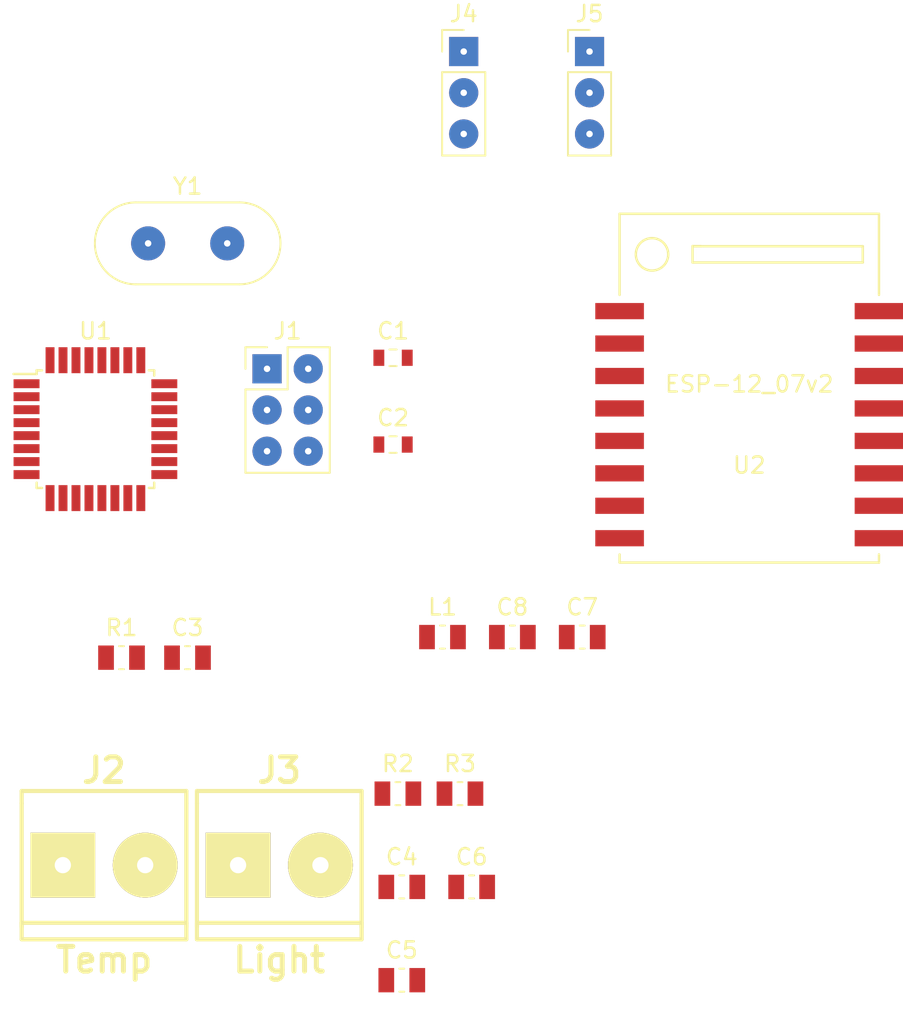
<source format=kicad_pcb>
(kicad_pcb (version 20171130) (host pcbnew no-vcs-found-6322c90~61~ubuntu17.10.1)

  (general
    (thickness 1.6)
    (drawings 0)
    (tracks 0)
    (zones 0)
    (modules 20)
    (nets 44)
  )

  (page A4)
  (layers
    (0 F.Cu signal)
    (31 B.Cu signal)
    (32 B.Adhes user)
    (33 F.Adhes user)
    (34 B.Paste user)
    (35 F.Paste user)
    (36 B.SilkS user)
    (37 F.SilkS user)
    (38 B.Mask user)
    (39 F.Mask user)
    (40 Dwgs.User user)
    (41 Cmts.User user)
    (42 Eco1.User user)
    (43 Eco2.User user)
    (44 Edge.Cuts user)
    (45 Margin user)
    (46 B.CrtYd user)
    (47 F.CrtYd user)
    (48 B.Fab user)
    (49 F.Fab user)
  )

  (setup
    (last_trace_width 0.25)
    (trace_clearance 0.2)
    (zone_clearance 0.508)
    (zone_45_only no)
    (trace_min 0.2)
    (segment_width 0.2)
    (edge_width 0.15)
    (via_size 0.8)
    (via_drill 0.4)
    (via_min_size 0.4)
    (via_min_drill 0.3)
    (uvia_size 0.3)
    (uvia_drill 0.1)
    (uvias_allowed no)
    (uvia_min_size 0.2)
    (uvia_min_drill 0.1)
    (pcb_text_width 0.3)
    (pcb_text_size 1.5 1.5)
    (mod_edge_width 0.15)
    (mod_text_size 1 1)
    (mod_text_width 0.15)
    (pad_size 1.8 1.8)
    (pad_drill 0.4)
    (pad_to_mask_clearance 0.2)
    (aux_axis_origin 0 0)
    (visible_elements FFFFFF7F)
    (pcbplotparams
      (layerselection 0x010fc_ffffffff)
      (usegerberextensions false)
      (usegerberattributes false)
      (usegerberadvancedattributes false)
      (creategerberjobfile false)
      (excludeedgelayer true)
      (linewidth 0.100000)
      (plotframeref false)
      (viasonmask false)
      (mode 1)
      (useauxorigin false)
      (hpglpennumber 1)
      (hpglpenspeed 20)
      (hpglpendiameter 15)
      (psnegative false)
      (psa4output false)
      (plotreference true)
      (plotvalue true)
      (plotinvisibletext false)
      (padsonsilk false)
      (subtractmaskfromsilk false)
      (outputformat 1)
      (mirror false)
      (drillshape 1)
      (scaleselection 1)
      (outputdirectory ""))
  )

  (net 0 "")
  (net 1 "Net-(U1-Pad1)")
  (net 2 "Net-(U1-Pad2)")
  (net 3 VCC)
  (net 4 GND)
  (net 5 "Net-(C1-Pad2)")
  (net 6 "Net-(C2-Pad2)")
  (net 7 "Net-(U1-Pad9)")
  (net 8 "Net-(U1-Pad10)")
  (net 9 "Net-(U1-Pad11)")
  (net 10 "Net-(U1-Pad12)")
  (net 11 "Net-(U1-Pad13)")
  (net 12 "Net-(U1-Pad14)")
  (net 13 /MOSI)
  (net 14 /MISO)
  (net 15 /SCK)
  (net 16 "Net-(U1-Pad19)")
  (net 17 "Net-(U1-Pad22)")
  (net 18 "Net-(U1-Pad25)")
  (net 19 "Net-(U1-Pad26)")
  (net 20 "Net-(U1-Pad27)")
  (net 21 "Net-(U1-Pad28)")
  (net 22 /RES)
  (net 23 "Net-(U1-Pad32)")
  (net 24 /TEMP)
  (net 25 /LIGHT)
  (net 26 "Net-(C7-Pad2)")
  (net 27 "Net-(C8-Pad2)")
  (net 28 "Net-(U2-Pad1)")
  (net 29 "Net-(U2-Pad2)")
  (net 30 "Net-(U2-Pad3)")
  (net 31 "Net-(U2-Pad4)")
  (net 32 "Net-(U2-Pad5)")
  (net 33 "Net-(U2-Pad6)")
  (net 34 "Net-(U2-Pad7)")
  (net 35 "Net-(U2-Pad10)")
  (net 36 "Net-(U2-Pad11)")
  (net 37 "Net-(U2-Pad12)")
  (net 38 "Net-(U2-Pad13)")
  (net 39 "Net-(U2-Pad14)")
  (net 40 /RX)
  (net 41 /TX)
  (net 42 "Net-(J4-Pad1)")
  (net 43 "Net-(J4-Pad2)")

  (net_class Default "This is the default net class."
    (clearance 0.2)
    (trace_width 0.25)
    (via_dia 0.8)
    (via_drill 0.4)
    (uvia_dia 0.3)
    (uvia_drill 0.1)
    (add_net /LIGHT)
    (add_net /MISO)
    (add_net /MOSI)
    (add_net /RES)
    (add_net /RX)
    (add_net /SCK)
    (add_net /TEMP)
    (add_net /TX)
    (add_net GND)
    (add_net "Net-(C1-Pad2)")
    (add_net "Net-(C2-Pad2)")
    (add_net "Net-(C7-Pad2)")
    (add_net "Net-(C8-Pad2)")
    (add_net "Net-(J4-Pad1)")
    (add_net "Net-(J4-Pad2)")
    (add_net "Net-(U1-Pad1)")
    (add_net "Net-(U1-Pad10)")
    (add_net "Net-(U1-Pad11)")
    (add_net "Net-(U1-Pad12)")
    (add_net "Net-(U1-Pad13)")
    (add_net "Net-(U1-Pad14)")
    (add_net "Net-(U1-Pad19)")
    (add_net "Net-(U1-Pad2)")
    (add_net "Net-(U1-Pad22)")
    (add_net "Net-(U1-Pad25)")
    (add_net "Net-(U1-Pad26)")
    (add_net "Net-(U1-Pad27)")
    (add_net "Net-(U1-Pad28)")
    (add_net "Net-(U1-Pad32)")
    (add_net "Net-(U1-Pad9)")
    (add_net "Net-(U2-Pad1)")
    (add_net "Net-(U2-Pad10)")
    (add_net "Net-(U2-Pad11)")
    (add_net "Net-(U2-Pad12)")
    (add_net "Net-(U2-Pad13)")
    (add_net "Net-(U2-Pad14)")
    (add_net "Net-(U2-Pad2)")
    (add_net "Net-(U2-Pad3)")
    (add_net "Net-(U2-Pad4)")
    (add_net "Net-(U2-Pad5)")
    (add_net "Net-(U2-Pad6)")
    (add_net "Net-(U2-Pad7)")
    (add_net VCC)
  )

  (module Connector_PinHeader_2.54mm:PinHeader_1x03_P2.54mm_Vertical (layer F.Cu) (tedit 5A67AAE3) (tstamp 5A7422BF)
    (at 166.547857 64.7555)
    (descr "Through hole straight pin header, 1x03, 2.54mm pitch, single row")
    (tags "Through hole pin header THT 1x03 2.54mm single row")
    (path /5A6DB38B)
    (fp_text reference J5 (at 0 -2.33) (layer F.SilkS)
      (effects (font (size 1 1) (thickness 0.15)))
    )
    (fp_text value ESP_UART (at 0 7.41) (layer F.Fab)
      (effects (font (size 1 1) (thickness 0.15)))
    )
    (fp_text user %R (at 0 2.54 90) (layer F.Fab)
      (effects (font (size 1 1) (thickness 0.15)))
    )
    (fp_line (start 1.8 -1.8) (end -1.8 -1.8) (layer F.CrtYd) (width 0.05))
    (fp_line (start 1.8 6.85) (end 1.8 -1.8) (layer F.CrtYd) (width 0.05))
    (fp_line (start -1.8 6.85) (end 1.8 6.85) (layer F.CrtYd) (width 0.05))
    (fp_line (start -1.8 -1.8) (end -1.8 6.85) (layer F.CrtYd) (width 0.05))
    (fp_line (start -1.33 -1.33) (end 0 -1.33) (layer F.SilkS) (width 0.12))
    (fp_line (start -1.33 0) (end -1.33 -1.33) (layer F.SilkS) (width 0.12))
    (fp_line (start -1.33 1.27) (end 1.33 1.27) (layer F.SilkS) (width 0.12))
    (fp_line (start 1.33 1.27) (end 1.33 6.41) (layer F.SilkS) (width 0.12))
    (fp_line (start -1.33 1.27) (end -1.33 6.41) (layer F.SilkS) (width 0.12))
    (fp_line (start -1.33 6.41) (end 1.33 6.41) (layer F.SilkS) (width 0.12))
    (fp_line (start -1.27 -0.635) (end -0.635 -1.27) (layer F.Fab) (width 0.1))
    (fp_line (start -1.27 6.35) (end -1.27 -0.635) (layer F.Fab) (width 0.1))
    (fp_line (start 1.27 6.35) (end -1.27 6.35) (layer F.Fab) (width 0.1))
    (fp_line (start 1.27 -1.27) (end 1.27 6.35) (layer F.Fab) (width 0.1))
    (fp_line (start -0.635 -1.27) (end 1.27 -1.27) (layer F.Fab) (width 0.1))
    (pad 3 thru_hole oval (at 0 5.08) (size 1.8 1.8) (drill 0.4) (layers *.Cu *.Mask)
      (net 4 GND))
    (pad 2 thru_hole oval (at 0 2.54) (size 1.8 1.8) (drill 0.4) (layers *.Cu *.Mask)
      (net 40 /RX))
    (pad 1 thru_hole rect (at 0 0) (size 1.8 1.8) (drill 0.4) (layers *.Cu *.Mask)
      (net 41 /TX))
    (model ${KISYS3DMOD}/Connector_PinHeader_2.54mm.3dshapes/PinHeader_1x03_P2.54mm_Vertical.wrl
      (at (xyz 0 0 0))
      (scale (xyz 1 1 1))
      (rotate (xyz 0 0 0))
    )
  )

  (module Connector_PinHeader_2.54mm:PinHeader_1x03_P2.54mm_Vertical (layer F.Cu) (tedit 5A67AAB9) (tstamp 5A7422A8)
    (at 158.786428 64.7555)
    (descr "Through hole straight pin header, 1x03, 2.54mm pitch, single row")
    (tags "Through hole pin header THT 1x03 2.54mm single row")
    (path /5A6D466A)
    (fp_text reference J4 (at 0 -2.33) (layer F.SilkS)
      (effects (font (size 1 1) (thickness 0.15)))
    )
    (fp_text value AVR_UART (at 0 7.41) (layer F.Fab)
      (effects (font (size 1 1) (thickness 0.15)))
    )
    (fp_line (start -0.635 -1.27) (end 1.27 -1.27) (layer F.Fab) (width 0.1))
    (fp_line (start 1.27 -1.27) (end 1.27 6.35) (layer F.Fab) (width 0.1))
    (fp_line (start 1.27 6.35) (end -1.27 6.35) (layer F.Fab) (width 0.1))
    (fp_line (start -1.27 6.35) (end -1.27 -0.635) (layer F.Fab) (width 0.1))
    (fp_line (start -1.27 -0.635) (end -0.635 -1.27) (layer F.Fab) (width 0.1))
    (fp_line (start -1.33 6.41) (end 1.33 6.41) (layer F.SilkS) (width 0.12))
    (fp_line (start -1.33 1.27) (end -1.33 6.41) (layer F.SilkS) (width 0.12))
    (fp_line (start 1.33 1.27) (end 1.33 6.41) (layer F.SilkS) (width 0.12))
    (fp_line (start -1.33 1.27) (end 1.33 1.27) (layer F.SilkS) (width 0.12))
    (fp_line (start -1.33 0) (end -1.33 -1.33) (layer F.SilkS) (width 0.12))
    (fp_line (start -1.33 -1.33) (end 0 -1.33) (layer F.SilkS) (width 0.12))
    (fp_line (start -1.8 -1.8) (end -1.8 6.85) (layer F.CrtYd) (width 0.05))
    (fp_line (start -1.8 6.85) (end 1.8 6.85) (layer F.CrtYd) (width 0.05))
    (fp_line (start 1.8 6.85) (end 1.8 -1.8) (layer F.CrtYd) (width 0.05))
    (fp_line (start 1.8 -1.8) (end -1.8 -1.8) (layer F.CrtYd) (width 0.05))
    (fp_text user %R (at 0 2.54 90) (layer F.Fab)
      (effects (font (size 1 1) (thickness 0.15)))
    )
    (pad 1 thru_hole rect (at 0 0) (size 1.8 1.8) (drill 0.4) (layers *.Cu *.Mask)
      (net 42 "Net-(J4-Pad1)"))
    (pad 2 thru_hole oval (at 0 2.54) (size 1.8 1.8) (drill 0.4) (layers *.Cu *.Mask)
      (net 43 "Net-(J4-Pad2)"))
    (pad 3 thru_hole oval (at 0 5.08) (size 1.8 1.8) (drill 0.4) (layers *.Cu *.Mask)
      (net 4 GND))
    (model ${KISYS3DMOD}/Connector_PinHeader_2.54mm.3dshapes/PinHeader_1x03_P2.54mm_Vertical.wrl
      (at (xyz 0 0 0))
      (scale (xyz 1 1 1))
      (rotate (xyz 0 0 0))
    )
  )

  (module lib:ESP-07v2 (layer F.Cu) (tedit 5A67A898) (tstamp 5A7355BE)
    (at 176.403 87.757)
    (path /5A6CB719)
    (fp_text reference U2 (at 0 2.5) (layer F.SilkS)
      (effects (font (size 1 1) (thickness 0.15)))
    )
    (fp_text value ESP-12_07v2 (at 0 -2.5) (layer F.SilkS)
      (effects (font (size 1 1) (thickness 0.15)))
    )
    (fp_line (start -3.5 -11) (end 7 -11) (layer F.SilkS) (width 0.15))
    (fp_line (start 7 -11) (end 7 -10) (layer F.SilkS) (width 0.15))
    (fp_line (start 7 -10) (end -3.5 -10) (layer F.SilkS) (width 0.15))
    (fp_line (start -3.5 -10) (end -3.5 -11) (layer F.SilkS) (width 0.15))
    (fp_line (start -3.5 -11) (end -3 -11) (layer F.SilkS) (width 0.15))
    (fp_line (start -3 -11) (end -3.5 -11) (layer F.SilkS) (width 0.15))
    (fp_line (start -3.5 -11) (end -3 -11) (layer F.SilkS) (width 0.15))
    (fp_circle (center -6 -10.5) (end -6 -9.5) (layer F.SilkS) (width 0.15))
    (fp_line (start -8 -8) (end -8 -13) (layer F.SilkS) (width 0.15))
    (fp_line (start -8 -13) (end 8 -13) (layer F.SilkS) (width 0.15))
    (fp_line (start 8 -13) (end 8 -8) (layer F.SilkS) (width 0.15))
    (fp_line (start -8 8) (end -8 8.5) (layer F.SilkS) (width 0.15))
    (fp_line (start -8 8.5) (end 8 8.5) (layer F.SilkS) (width 0.15))
    (fp_line (start 8 8.5) (end 8 8) (layer F.SilkS) (width 0.15))
    (pad 1 smd rect (at -8 -7) (size 3 1) (layers F.Cu F.Paste F.Mask)
      (net 28 "Net-(U2-Pad1)"))
    (pad 2 smd rect (at -8 -5) (size 3 1) (layers F.Cu F.Paste F.Mask)
      (net 29 "Net-(U2-Pad2)"))
    (pad 3 smd rect (at -8 -3) (size 3 1) (layers F.Cu F.Paste F.Mask)
      (net 30 "Net-(U2-Pad3)"))
    (pad 4 smd rect (at -8 -1) (size 3 1) (layers F.Cu F.Paste F.Mask)
      (net 31 "Net-(U2-Pad4)"))
    (pad 5 smd rect (at -8 1) (size 3 1) (layers F.Cu F.Paste F.Mask)
      (net 32 "Net-(U2-Pad5)"))
    (pad 6 smd rect (at -8 3) (size 3 1) (layers F.Cu F.Paste F.Mask)
      (net 33 "Net-(U2-Pad6)"))
    (pad 7 smd rect (at -8 5) (size 3 1) (layers F.Cu F.Paste F.Mask)
      (net 34 "Net-(U2-Pad7)"))
    (pad 8 smd rect (at -8 7) (size 3 1) (layers F.Cu F.Paste F.Mask)
      (net 3 VCC))
    (pad 9 smd rect (at 8 7) (size 3 1) (layers F.Cu F.Paste F.Mask)
      (net 4 GND))
    (pad 10 smd rect (at 8 5) (size 3 1) (layers F.Cu F.Paste F.Mask)
      (net 35 "Net-(U2-Pad10)"))
    (pad 11 smd rect (at 8 3) (size 3 1) (layers F.Cu F.Paste F.Mask)
      (net 36 "Net-(U2-Pad11)"))
    (pad 12 smd rect (at 8 1) (size 3 1) (layers F.Cu F.Paste F.Mask)
      (net 37 "Net-(U2-Pad12)"))
    (pad 13 smd rect (at 8 -1) (size 3 1) (layers F.Cu F.Paste F.Mask)
      (net 38 "Net-(U2-Pad13)"))
    (pad 14 smd rect (at 8 -3) (size 3 1) (layers F.Cu F.Paste F.Mask)
      (net 39 "Net-(U2-Pad14)"))
    (pad 15 smd rect (at 8 -5) (size 3 1) (layers F.Cu F.Paste F.Mask)
      (net 41 /TX))
    (pad 16 smd rect (at 8 -7) (size 3 1) (layers F.Cu F.Paste F.Mask)
      (net 40 /RX))
    (model ${KIPRJMOD}/lib/esp07.wrl
      (offset (xyz 0 2.133599967956543 0))
      (scale (xyz 0.4 0.39 0.4))
      (rotate (xyz 0 0 0))
    )
  )

  (module Capacitor_SMD:C_0805_2012Metric (layer F.Cu) (tedit 59FE48B8) (tstamp 5A67B522)
    (at 166.096952 100.8515)
    (descr "Capacitor SMD 0805 (2012 Metric), square (rectangular) end terminal, IPC_7351 nominal, (Body size source: http://www.tortai-tech.com/upload/download/2011102023233369053.pdf), generated with kicad-footprint-generator")
    (tags capacitor)
    (path /5A695F66)
    (attr smd)
    (fp_text reference C7 (at 0 -1.85) (layer F.SilkS)
      (effects (font (size 1 1) (thickness 0.15)))
    )
    (fp_text value 100n (at 0 1.85) (layer F.Fab)
      (effects (font (size 1 1) (thickness 0.15)))
    )
    (fp_text user %R (at 0 0) (layer F.Fab)
      (effects (font (size 0.5 0.5) (thickness 0.08)))
    )
    (fp_line (start 1.69 1) (end -1.69 1) (layer F.CrtYd) (width 0.05))
    (fp_line (start 1.69 -1) (end 1.69 1) (layer F.CrtYd) (width 0.05))
    (fp_line (start -1.69 -1) (end 1.69 -1) (layer F.CrtYd) (width 0.05))
    (fp_line (start -1.69 1) (end -1.69 -1) (layer F.CrtYd) (width 0.05))
    (fp_line (start -0.15 0.71) (end 0.15 0.71) (layer F.SilkS) (width 0.12))
    (fp_line (start -0.15 -0.71) (end 0.15 -0.71) (layer F.SilkS) (width 0.12))
    (fp_line (start 1 0.6) (end -1 0.6) (layer F.Fab) (width 0.1))
    (fp_line (start 1 -0.6) (end 1 0.6) (layer F.Fab) (width 0.1))
    (fp_line (start -1 -0.6) (end 1 -0.6) (layer F.Fab) (width 0.1))
    (fp_line (start -1 0.6) (end -1 -0.6) (layer F.Fab) (width 0.1))
    (pad 2 smd rect (at 0.955 0) (size 0.97 1.5) (layers F.Cu F.Paste F.Mask)
      (net 26 "Net-(C7-Pad2)"))
    (pad 1 smd rect (at -0.955 0) (size 0.97 1.5) (layers F.Cu F.Paste F.Mask)
      (net 4 GND))
    (model ${KISYS3DMOD}/Capacitor_SMD.3dshapes/C_0805_2012Metric.wrl
      (at (xyz 0 0 0))
      (scale (xyz 1 1 1))
      (rotate (xyz 0 0 0))
    )
  )

  (module Capacitor_SMD:C_0805_2012Metric (layer F.Cu) (tedit 59FE48B8) (tstamp 5A67B511)
    (at 161.786952 100.8515)
    (descr "Capacitor SMD 0805 (2012 Metric), square (rectangular) end terminal, IPC_7351 nominal, (Body size source: http://www.tortai-tech.com/upload/download/2011102023233369053.pdf), generated with kicad-footprint-generator")
    (tags capacitor)
    (path /5A695EC8)
    (attr smd)
    (fp_text reference C8 (at 0 -1.85) (layer F.SilkS)
      (effects (font (size 1 1) (thickness 0.15)))
    )
    (fp_text value 100n (at 0 1.85) (layer F.Fab)
      (effects (font (size 1 1) (thickness 0.15)))
    )
    (fp_line (start -1 0.6) (end -1 -0.6) (layer F.Fab) (width 0.1))
    (fp_line (start -1 -0.6) (end 1 -0.6) (layer F.Fab) (width 0.1))
    (fp_line (start 1 -0.6) (end 1 0.6) (layer F.Fab) (width 0.1))
    (fp_line (start 1 0.6) (end -1 0.6) (layer F.Fab) (width 0.1))
    (fp_line (start -0.15 -0.71) (end 0.15 -0.71) (layer F.SilkS) (width 0.12))
    (fp_line (start -0.15 0.71) (end 0.15 0.71) (layer F.SilkS) (width 0.12))
    (fp_line (start -1.69 1) (end -1.69 -1) (layer F.CrtYd) (width 0.05))
    (fp_line (start -1.69 -1) (end 1.69 -1) (layer F.CrtYd) (width 0.05))
    (fp_line (start 1.69 -1) (end 1.69 1) (layer F.CrtYd) (width 0.05))
    (fp_line (start 1.69 1) (end -1.69 1) (layer F.CrtYd) (width 0.05))
    (fp_text user %R (at 0 0) (layer F.Fab)
      (effects (font (size 0.5 0.5) (thickness 0.08)))
    )
    (pad 1 smd rect (at -0.955 0) (size 0.97 1.5) (layers F.Cu F.Paste F.Mask)
      (net 4 GND))
    (pad 2 smd rect (at 0.955 0) (size 0.97 1.5) (layers F.Cu F.Paste F.Mask)
      (net 27 "Net-(C8-Pad2)"))
    (model ${KISYS3DMOD}/Capacitor_SMD.3dshapes/C_0805_2012Metric.wrl
      (at (xyz 0 0 0))
      (scale (xyz 1 1 1))
      (rotate (xyz 0 0 0))
    )
  )

  (module Inductor_SMD:L_0805_2012Metric (layer F.Cu) (tedit 59FE48B8) (tstamp 5A67B49E)
    (at 157.476952 100.8515)
    (descr "Inductor SMD 0805 (2012 Metric), square (rectangular) end terminal, IPC_7351 nominal, (Body size source: http://www.tortai-tech.com/upload/download/2011102023233369053.pdf), generated with kicad-footprint-generator")
    (tags inductor)
    (path /5A691BE7)
    (attr smd)
    (fp_text reference L1 (at 0 -1.85) (layer F.SilkS)
      (effects (font (size 1 1) (thickness 0.15)))
    )
    (fp_text value 100u (at 0 1.85) (layer F.Fab)
      (effects (font (size 1 1) (thickness 0.15)))
    )
    (fp_line (start -1 0.6) (end -1 -0.6) (layer F.Fab) (width 0.1))
    (fp_line (start -1 -0.6) (end 1 -0.6) (layer F.Fab) (width 0.1))
    (fp_line (start 1 -0.6) (end 1 0.6) (layer F.Fab) (width 0.1))
    (fp_line (start 1 0.6) (end -1 0.6) (layer F.Fab) (width 0.1))
    (fp_line (start -0.15 -0.71) (end 0.15 -0.71) (layer F.SilkS) (width 0.12))
    (fp_line (start -0.15 0.71) (end 0.15 0.71) (layer F.SilkS) (width 0.12))
    (fp_line (start -1.69 1) (end -1.69 -1) (layer F.CrtYd) (width 0.05))
    (fp_line (start -1.69 -1) (end 1.69 -1) (layer F.CrtYd) (width 0.05))
    (fp_line (start 1.69 -1) (end 1.69 1) (layer F.CrtYd) (width 0.05))
    (fp_line (start 1.69 1) (end -1.69 1) (layer F.CrtYd) (width 0.05))
    (fp_text user %R (at 0 0) (layer F.Fab)
      (effects (font (size 0.5 0.5) (thickness 0.08)))
    )
    (pad 1 smd rect (at -0.955 0) (size 0.97 1.5) (layers F.Cu F.Paste F.Mask)
      (net 26 "Net-(C7-Pad2)"))
    (pad 2 smd rect (at 0.955 0) (size 0.97 1.5) (layers F.Cu F.Paste F.Mask)
      (net 3 VCC))
    (model ${KISYS3DMOD}/Inductor_SMD.3dshapes/L_0805_2012Metric.wrl
      (at (xyz 0 0 0))
      (scale (xyz 1 1 1))
      (rotate (xyz 0 0 0))
    )
  )

  (module Capacitor_SMD:C_0805_2012Metric (layer F.Cu) (tedit 59FE48B8) (tstamp 5A6DF935)
    (at 159.276952 116.2535)
    (descr "Capacitor SMD 0805 (2012 Metric), square (rectangular) end terminal, IPC_7351 nominal, (Body size source: http://www.tortai-tech.com/upload/download/2011102023233369053.pdf), generated with kicad-footprint-generator")
    (tags capacitor)
    (path /5A687198)
    (attr smd)
    (fp_text reference C6 (at 0 -1.85) (layer F.SilkS)
      (effects (font (size 1 1) (thickness 0.15)))
    )
    (fp_text value 100n (at 0 1.85) (layer F.Fab)
      (effects (font (size 1 1) (thickness 0.15)))
    )
    (fp_line (start -1 0.6) (end -1 -0.6) (layer F.Fab) (width 0.1))
    (fp_line (start -1 -0.6) (end 1 -0.6) (layer F.Fab) (width 0.1))
    (fp_line (start 1 -0.6) (end 1 0.6) (layer F.Fab) (width 0.1))
    (fp_line (start 1 0.6) (end -1 0.6) (layer F.Fab) (width 0.1))
    (fp_line (start -0.15 -0.71) (end 0.15 -0.71) (layer F.SilkS) (width 0.12))
    (fp_line (start -0.15 0.71) (end 0.15 0.71) (layer F.SilkS) (width 0.12))
    (fp_line (start -1.69 1) (end -1.69 -1) (layer F.CrtYd) (width 0.05))
    (fp_line (start -1.69 -1) (end 1.69 -1) (layer F.CrtYd) (width 0.05))
    (fp_line (start 1.69 -1) (end 1.69 1) (layer F.CrtYd) (width 0.05))
    (fp_line (start 1.69 1) (end -1.69 1) (layer F.CrtYd) (width 0.05))
    (fp_text user %R (at 0 0) (layer F.Fab)
      (effects (font (size 0.5 0.5) (thickness 0.08)))
    )
    (pad 1 smd rect (at -0.955 0) (size 0.97 1.5) (layers F.Cu F.Paste F.Mask)
      (net 4 GND))
    (pad 2 smd rect (at 0.955 0) (size 0.97 1.5) (layers F.Cu F.Paste F.Mask)
      (net 3 VCC))
    (model ${KISYS3DMOD}/Capacitor_SMD.3dshapes/C_0805_2012Metric.wrl
      (at (xyz 0 0 0))
      (scale (xyz 1 1 1))
      (rotate (xyz 0 0 0))
    )
  )

  (module Capacitor_SMD:C_0805_2012Metric (layer F.Cu) (tedit 59FE48B8) (tstamp 5A6DF924)
    (at 154.966952 122.0035)
    (descr "Capacitor SMD 0805 (2012 Metric), square (rectangular) end terminal, IPC_7351 nominal, (Body size source: http://www.tortai-tech.com/upload/download/2011102023233369053.pdf), generated with kicad-footprint-generator")
    (tags capacitor)
    (path /5A68716A)
    (attr smd)
    (fp_text reference C5 (at 0 -1.85) (layer F.SilkS)
      (effects (font (size 1 1) (thickness 0.15)))
    )
    (fp_text value 100n (at 0 1.85) (layer F.Fab)
      (effects (font (size 1 1) (thickness 0.15)))
    )
    (fp_text user %R (at 0 0) (layer F.Fab)
      (effects (font (size 0.5 0.5) (thickness 0.08)))
    )
    (fp_line (start 1.69 1) (end -1.69 1) (layer F.CrtYd) (width 0.05))
    (fp_line (start 1.69 -1) (end 1.69 1) (layer F.CrtYd) (width 0.05))
    (fp_line (start -1.69 -1) (end 1.69 -1) (layer F.CrtYd) (width 0.05))
    (fp_line (start -1.69 1) (end -1.69 -1) (layer F.CrtYd) (width 0.05))
    (fp_line (start -0.15 0.71) (end 0.15 0.71) (layer F.SilkS) (width 0.12))
    (fp_line (start -0.15 -0.71) (end 0.15 -0.71) (layer F.SilkS) (width 0.12))
    (fp_line (start 1 0.6) (end -1 0.6) (layer F.Fab) (width 0.1))
    (fp_line (start 1 -0.6) (end 1 0.6) (layer F.Fab) (width 0.1))
    (fp_line (start -1 -0.6) (end 1 -0.6) (layer F.Fab) (width 0.1))
    (fp_line (start -1 0.6) (end -1 -0.6) (layer F.Fab) (width 0.1))
    (pad 2 smd rect (at 0.955 0) (size 0.97 1.5) (layers F.Cu F.Paste F.Mask)
      (net 3 VCC))
    (pad 1 smd rect (at -0.955 0) (size 0.97 1.5) (layers F.Cu F.Paste F.Mask)
      (net 4 GND))
    (model ${KISYS3DMOD}/Capacitor_SMD.3dshapes/C_0805_2012Metric.wrl
      (at (xyz 0 0 0))
      (scale (xyz 1 1 1))
      (rotate (xyz 0 0 0))
    )
  )

  (module Capacitor_SMD:C_0805_2012Metric (layer F.Cu) (tedit 59FE48B8) (tstamp 5A6DF913)
    (at 154.966952 116.2535)
    (descr "Capacitor SMD 0805 (2012 Metric), square (rectangular) end terminal, IPC_7351 nominal, (Body size source: http://www.tortai-tech.com/upload/download/2011102023233369053.pdf), generated with kicad-footprint-generator")
    (tags capacitor)
    (path /5A686FD4)
    (attr smd)
    (fp_text reference C4 (at 0 -1.85) (layer F.SilkS)
      (effects (font (size 1 1) (thickness 0.15)))
    )
    (fp_text value 100n (at 0 1.85) (layer F.Fab)
      (effects (font (size 1 1) (thickness 0.15)))
    )
    (fp_line (start -1 0.6) (end -1 -0.6) (layer F.Fab) (width 0.1))
    (fp_line (start -1 -0.6) (end 1 -0.6) (layer F.Fab) (width 0.1))
    (fp_line (start 1 -0.6) (end 1 0.6) (layer F.Fab) (width 0.1))
    (fp_line (start 1 0.6) (end -1 0.6) (layer F.Fab) (width 0.1))
    (fp_line (start -0.15 -0.71) (end 0.15 -0.71) (layer F.SilkS) (width 0.12))
    (fp_line (start -0.15 0.71) (end 0.15 0.71) (layer F.SilkS) (width 0.12))
    (fp_line (start -1.69 1) (end -1.69 -1) (layer F.CrtYd) (width 0.05))
    (fp_line (start -1.69 -1) (end 1.69 -1) (layer F.CrtYd) (width 0.05))
    (fp_line (start 1.69 -1) (end 1.69 1) (layer F.CrtYd) (width 0.05))
    (fp_line (start 1.69 1) (end -1.69 1) (layer F.CrtYd) (width 0.05))
    (fp_text user %R (at 0 0) (layer F.Fab)
      (effects (font (size 0.5 0.5) (thickness 0.08)))
    )
    (pad 1 smd rect (at -0.955 0) (size 0.97 1.5) (layers F.Cu F.Paste F.Mask)
      (net 4 GND))
    (pad 2 smd rect (at 0.955 0) (size 0.97 1.5) (layers F.Cu F.Paste F.Mask)
      (net 3 VCC))
    (model ${KISYS3DMOD}/Capacitor_SMD.3dshapes/C_0805_2012Metric.wrl
      (at (xyz 0 0 0))
      (scale (xyz 1 1 1))
      (rotate (xyz 0 0 0))
    )
  )

  (module Resistor_SMD:R_0805_2012Metric (layer F.Cu) (tedit 59FE48B8) (tstamp 5A6DF814)
    (at 158.556001 110.5035)
    (descr "Resistor SMD 0805 (2012 Metric), square (rectangular) end terminal, IPC_7351 nominal, (Body size source: http://www.tortai-tech.com/upload/download/2011102023233369053.pdf), generated with kicad-footprint-generator")
    (tags resistor)
    (path /5A68B71E)
    (attr smd)
    (fp_text reference R3 (at 0 -1.85) (layer F.SilkS)
      (effects (font (size 1 1) (thickness 0.15)))
    )
    (fp_text value 10k (at 0 1.85) (layer F.Fab)
      (effects (font (size 1 1) (thickness 0.15)))
    )
    (fp_text user %R (at 0 0) (layer F.Fab)
      (effects (font (size 0.5 0.5) (thickness 0.08)))
    )
    (fp_line (start 1.69 1) (end -1.69 1) (layer F.CrtYd) (width 0.05))
    (fp_line (start 1.69 -1) (end 1.69 1) (layer F.CrtYd) (width 0.05))
    (fp_line (start -1.69 -1) (end 1.69 -1) (layer F.CrtYd) (width 0.05))
    (fp_line (start -1.69 1) (end -1.69 -1) (layer F.CrtYd) (width 0.05))
    (fp_line (start -0.15 0.71) (end 0.15 0.71) (layer F.SilkS) (width 0.12))
    (fp_line (start -0.15 -0.71) (end 0.15 -0.71) (layer F.SilkS) (width 0.12))
    (fp_line (start 1 0.6) (end -1 0.6) (layer F.Fab) (width 0.1))
    (fp_line (start 1 -0.6) (end 1 0.6) (layer F.Fab) (width 0.1))
    (fp_line (start -1 -0.6) (end 1 -0.6) (layer F.Fab) (width 0.1))
    (fp_line (start -1 0.6) (end -1 -0.6) (layer F.Fab) (width 0.1))
    (pad 2 smd rect (at 0.955 0) (size 0.97 1.5) (layers F.Cu F.Paste F.Mask)
      (net 3 VCC))
    (pad 1 smd rect (at -0.955 0) (size 0.97 1.5) (layers F.Cu F.Paste F.Mask)
      (net 25 /LIGHT))
    (model ${KISYS3DMOD}/Resistor_SMD.3dshapes/R_0805_2012Metric.wrl
      (at (xyz 0 0 0))
      (scale (xyz 1 1 1))
      (rotate (xyz 0 0 0))
    )
  )

  (module Resistor_SMD:R_0805_2012Metric (layer F.Cu) (tedit 59FE48B8) (tstamp 5A6DF803)
    (at 154.726001 110.5035)
    (descr "Resistor SMD 0805 (2012 Metric), square (rectangular) end terminal, IPC_7351 nominal, (Body size source: http://www.tortai-tech.com/upload/download/2011102023233369053.pdf), generated with kicad-footprint-generator")
    (tags resistor)
    (path /5A68E62E)
    (attr smd)
    (fp_text reference R2 (at 0 -1.85) (layer F.SilkS)
      (effects (font (size 1 1) (thickness 0.15)))
    )
    (fp_text value 1k (at 0 1.85) (layer F.Fab)
      (effects (font (size 1 1) (thickness 0.15)))
    )
    (fp_line (start -1 0.6) (end -1 -0.6) (layer F.Fab) (width 0.1))
    (fp_line (start -1 -0.6) (end 1 -0.6) (layer F.Fab) (width 0.1))
    (fp_line (start 1 -0.6) (end 1 0.6) (layer F.Fab) (width 0.1))
    (fp_line (start 1 0.6) (end -1 0.6) (layer F.Fab) (width 0.1))
    (fp_line (start -0.15 -0.71) (end 0.15 -0.71) (layer F.SilkS) (width 0.12))
    (fp_line (start -0.15 0.71) (end 0.15 0.71) (layer F.SilkS) (width 0.12))
    (fp_line (start -1.69 1) (end -1.69 -1) (layer F.CrtYd) (width 0.05))
    (fp_line (start -1.69 -1) (end 1.69 -1) (layer F.CrtYd) (width 0.05))
    (fp_line (start 1.69 -1) (end 1.69 1) (layer F.CrtYd) (width 0.05))
    (fp_line (start 1.69 1) (end -1.69 1) (layer F.CrtYd) (width 0.05))
    (fp_text user %R (at 0 0) (layer F.Fab)
      (effects (font (size 0.5 0.5) (thickness 0.08)))
    )
    (pad 1 smd rect (at -0.955 0) (size 0.97 1.5) (layers F.Cu F.Paste F.Mask)
      (net 24 /TEMP))
    (pad 2 smd rect (at 0.955 0) (size 0.97 1.5) (layers F.Cu F.Paste F.Mask)
      (net 3 VCC))
    (model ${KISYS3DMOD}/Resistor_SMD.3dshapes/R_0805_2012Metric.wrl
      (at (xyz 0 0 0))
      (scale (xyz 1 1 1))
      (rotate (xyz 0 0 0))
    )
  )

  (module w_conn_screw:mors_2p (layer F.Cu) (tedit 4B90D9AA) (tstamp 5A6DF7D2)
    (at 147.408001 114.91148)
    (descr "Terminal block 2 pins")
    (tags DEV)
    (path /5A691A43)
    (fp_text reference J3 (at 0 -5.842) (layer F.SilkS)
      (effects (font (size 1.524 1.524) (thickness 0.3048)))
    )
    (fp_text value Light (at 0 5.842) (layer F.SilkS)
      (effects (font (size 1.524 1.524) (thickness 0.3048)))
    )
    (fp_line (start -5.08 -3.81) (end -5.08 3.81) (layer F.SilkS) (width 0.254))
    (fp_line (start 5.08 3.81) (end 5.08 -3.81) (layer F.SilkS) (width 0.254))
    (fp_line (start 5.08 3.556) (end 5.08 4.572) (layer F.SilkS) (width 0.254))
    (fp_line (start -5.08 3.556) (end 5.08 3.556) (layer F.SilkS) (width 0.254))
    (fp_line (start -5.08 4.572) (end -5.08 3.556) (layer F.SilkS) (width 0.254))
    (fp_line (start 5.08 4.572) (end -5.08 4.572) (layer F.SilkS) (width 0.254))
    (fp_line (start -5.08 -4.572) (end -5.08 -3.81) (layer F.SilkS) (width 0.254))
    (fp_line (start 5.08 -4.572) (end -5.08 -4.572) (layer F.SilkS) (width 0.254))
    (fp_line (start 5.08 -3.81) (end 5.08 -4.572) (layer F.SilkS) (width 0.254))
    (pad 2 thru_hole circle (at 2.54 0) (size 4 4) (drill 1) (layers *.Cu *.Mask F.SilkS)
      (net 4 GND))
    (pad 1 thru_hole rect (at -2.54 0) (size 4 4) (drill 1) (layers *.Cu *.Mask F.SilkS)
      (net 25 /LIGHT))
    (model walter/conn_screw/mors_2p.wrl
      (at (xyz 0 0 0))
      (scale (xyz 1 1 1))
      (rotate (xyz 0 0 0))
    )
  )

  (module w_conn_screw:mors_2p (layer F.Cu) (tedit 5A67A9CB) (tstamp 5A6DF7C3)
    (at 136.598001 114.91148)
    (descr "Terminal block 2 pins")
    (tags DEV)
    (path /5A6919ED)
    (fp_text reference J2 (at 0 -5.842) (layer F.SilkS)
      (effects (font (size 1.524 1.524) (thickness 0.3048)))
    )
    (fp_text value Temp (at 0 5.842) (layer F.SilkS)
      (effects (font (size 1.524 1.524) (thickness 0.3048)))
    )
    (fp_line (start 5.08 -3.81) (end 5.08 -4.572) (layer F.SilkS) (width 0.254))
    (fp_line (start 5.08 -4.572) (end -5.08 -4.572) (layer F.SilkS) (width 0.254))
    (fp_line (start -5.08 -4.572) (end -5.08 -3.81) (layer F.SilkS) (width 0.254))
    (fp_line (start 5.08 4.572) (end -5.08 4.572) (layer F.SilkS) (width 0.254))
    (fp_line (start -5.08 4.572) (end -5.08 3.556) (layer F.SilkS) (width 0.254))
    (fp_line (start -5.08 3.556) (end 5.08 3.556) (layer F.SilkS) (width 0.254))
    (fp_line (start 5.08 3.556) (end 5.08 4.572) (layer F.SilkS) (width 0.254))
    (fp_line (start 5.08 3.81) (end 5.08 -3.81) (layer F.SilkS) (width 0.254))
    (fp_line (start -5.08 -3.81) (end -5.08 3.81) (layer F.SilkS) (width 0.254))
    (pad 1 thru_hole rect (at -2.54 0) (size 4 4) (drill 1) (layers *.Cu *.Mask F.SilkS)
      (net 24 /TEMP))
    (pad 2 thru_hole circle (at 2.54 0) (size 4 4) (drill 1) (layers *.Cu *.Mask F.SilkS)
      (net 4 GND))
    (model walter/conn_screw/mors_2p.wrl
      (at (xyz 0 0 0))
      (scale (xyz 1 1 1))
      (rotate (xyz 0 0 0))
    )
  )

  (module Capacitor_SMD:C_0805_2012Metric (layer F.Cu) (tedit 59FE48B8) (tstamp 5A69BDB1)
    (at 141.748952 102.1215)
    (descr "Capacitor SMD 0805 (2012 Metric), square (rectangular) end terminal, IPC_7351 nominal, (Body size source: http://www.tortai-tech.com/upload/download/2011102023233369053.pdf), generated with kicad-footprint-generator")
    (tags capacitor)
    (path /5A67B00C)
    (attr smd)
    (fp_text reference C3 (at 0 -1.85) (layer F.SilkS)
      (effects (font (size 1 1) (thickness 0.15)))
    )
    (fp_text value 100n (at 0 1.85) (layer F.Fab)
      (effects (font (size 1 1) (thickness 0.15)))
    )
    (fp_line (start -1 0.6) (end -1 -0.6) (layer F.Fab) (width 0.1))
    (fp_line (start -1 -0.6) (end 1 -0.6) (layer F.Fab) (width 0.1))
    (fp_line (start 1 -0.6) (end 1 0.6) (layer F.Fab) (width 0.1))
    (fp_line (start 1 0.6) (end -1 0.6) (layer F.Fab) (width 0.1))
    (fp_line (start -0.15 -0.71) (end 0.15 -0.71) (layer F.SilkS) (width 0.12))
    (fp_line (start -0.15 0.71) (end 0.15 0.71) (layer F.SilkS) (width 0.12))
    (fp_line (start -1.69 1) (end -1.69 -1) (layer F.CrtYd) (width 0.05))
    (fp_line (start -1.69 -1) (end 1.69 -1) (layer F.CrtYd) (width 0.05))
    (fp_line (start 1.69 -1) (end 1.69 1) (layer F.CrtYd) (width 0.05))
    (fp_line (start 1.69 1) (end -1.69 1) (layer F.CrtYd) (width 0.05))
    (fp_text user %R (at 0 0) (layer F.Fab)
      (effects (font (size 0.5 0.5) (thickness 0.08)))
    )
    (pad 1 smd rect (at -0.955 0) (size 0.97 1.5) (layers F.Cu F.Paste F.Mask)
      (net 4 GND))
    (pad 2 smd rect (at 0.955 0) (size 0.97 1.5) (layers F.Cu F.Paste F.Mask)
      (net 22 /RES))
    (model ${KISYS3DMOD}/Capacitor_SMD.3dshapes/C_0805_2012Metric.wrl
      (at (xyz 0 0 0))
      (scale (xyz 1 1 1))
      (rotate (xyz 0 0 0))
    )
  )

  (module Resistor_SMD:R_0805_2012Metric (layer F.Cu) (tedit 59FE48B8) (tstamp 5A69BCD2)
    (at 137.678001 102.1215)
    (descr "Resistor SMD 0805 (2012 Metric), square (rectangular) end terminal, IPC_7351 nominal, (Body size source: http://www.tortai-tech.com/upload/download/2011102023233369053.pdf), generated with kicad-footprint-generator")
    (tags resistor)
    (path /5A67AF68)
    (attr smd)
    (fp_text reference R1 (at 0 -1.85) (layer F.SilkS)
      (effects (font (size 1 1) (thickness 0.15)))
    )
    (fp_text value 10k (at 0 1.85) (layer F.Fab)
      (effects (font (size 1 1) (thickness 0.15)))
    )
    (fp_line (start -1 0.6) (end -1 -0.6) (layer F.Fab) (width 0.1))
    (fp_line (start -1 -0.6) (end 1 -0.6) (layer F.Fab) (width 0.1))
    (fp_line (start 1 -0.6) (end 1 0.6) (layer F.Fab) (width 0.1))
    (fp_line (start 1 0.6) (end -1 0.6) (layer F.Fab) (width 0.1))
    (fp_line (start -0.15 -0.71) (end 0.15 -0.71) (layer F.SilkS) (width 0.12))
    (fp_line (start -0.15 0.71) (end 0.15 0.71) (layer F.SilkS) (width 0.12))
    (fp_line (start -1.69 1) (end -1.69 -1) (layer F.CrtYd) (width 0.05))
    (fp_line (start -1.69 -1) (end 1.69 -1) (layer F.CrtYd) (width 0.05))
    (fp_line (start 1.69 -1) (end 1.69 1) (layer F.CrtYd) (width 0.05))
    (fp_line (start 1.69 1) (end -1.69 1) (layer F.CrtYd) (width 0.05))
    (fp_text user %R (at 0 0) (layer F.Fab)
      (effects (font (size 0.5 0.5) (thickness 0.08)))
    )
    (pad 1 smd rect (at -0.955 0) (size 0.97 1.5) (layers F.Cu F.Paste F.Mask)
      (net 22 /RES))
    (pad 2 smd rect (at 0.955 0) (size 0.97 1.5) (layers F.Cu F.Paste F.Mask)
      (net 3 VCC))
    (model ${KISYS3DMOD}/Resistor_SMD.3dshapes/R_0805_2012Metric.wrl
      (at (xyz 0 0 0))
      (scale (xyz 1 1 1))
      (rotate (xyz 0 0 0))
    )
  )

  (module Crystal:Crystal_HC49-4H_Vertical (layer F.Cu) (tedit 5A67A9A3) (tstamp 5A695B7A)
    (at 139.319 76.581)
    (descr "Crystal THT HC-49-4H http://5hertz.com/pdfs/04404_D.pdf")
    (tags "THT crystalHC-49-4H")
    (path /5A679A76)
    (fp_text reference Y1 (at 2.44 -3.525) (layer F.SilkS)
      (effects (font (size 1 1) (thickness 0.15)))
    )
    (fp_text value "9,216 MHz" (at 2.44 3.525) (layer F.Fab)
      (effects (font (size 1 1) (thickness 0.15)))
    )
    (fp_text user %R (at 2.44 0) (layer F.Fab)
      (effects (font (size 1 1) (thickness 0.15)))
    )
    (fp_line (start -0.76 -2.325) (end 5.64 -2.325) (layer F.Fab) (width 0.1))
    (fp_line (start -0.76 2.325) (end 5.64 2.325) (layer F.Fab) (width 0.1))
    (fp_line (start -0.56 -2) (end 5.44 -2) (layer F.Fab) (width 0.1))
    (fp_line (start -0.56 2) (end 5.44 2) (layer F.Fab) (width 0.1))
    (fp_line (start -0.76 -2.525) (end 5.64 -2.525) (layer F.SilkS) (width 0.12))
    (fp_line (start -0.76 2.525) (end 5.64 2.525) (layer F.SilkS) (width 0.12))
    (fp_line (start -3.6 -2.8) (end -3.6 2.8) (layer F.CrtYd) (width 0.05))
    (fp_line (start -3.6 2.8) (end 8.5 2.8) (layer F.CrtYd) (width 0.05))
    (fp_line (start 8.5 2.8) (end 8.5 -2.8) (layer F.CrtYd) (width 0.05))
    (fp_line (start 8.5 -2.8) (end -3.6 -2.8) (layer F.CrtYd) (width 0.05))
    (fp_arc (start -0.76 0) (end -0.76 -2.325) (angle -180) (layer F.Fab) (width 0.1))
    (fp_arc (start 5.64 0) (end 5.64 -2.325) (angle 180) (layer F.Fab) (width 0.1))
    (fp_arc (start -0.56 0) (end -0.56 -2) (angle -180) (layer F.Fab) (width 0.1))
    (fp_arc (start 5.44 0) (end 5.44 -2) (angle 180) (layer F.Fab) (width 0.1))
    (fp_arc (start -0.76 0) (end -0.76 -2.525) (angle -180) (layer F.SilkS) (width 0.12))
    (fp_arc (start 5.64 0) (end 5.64 -2.525) (angle 180) (layer F.SilkS) (width 0.12))
    (pad 1 thru_hole circle (at 0 0) (size 2.1 2.1) (drill 0.4) (layers *.Cu *.Mask)
      (net 6 "Net-(C2-Pad2)"))
    (pad 2 thru_hole circle (at 4.88 0) (size 2.1 2.1) (drill 0.4) (layers *.Cu *.Mask)
      (net 5 "Net-(C1-Pad2)"))
    (model ${KISYS3DMOD}/Crystal.3dshapes/Crystal_HC49-4H_Vertical.wrl
      (at (xyz 0 0 0))
      (scale (xyz 1 1 1))
      (rotate (xyz 0 0 0))
    )
  )

  (module Capacitor_SMD:C_0603_1608Metric (layer F.Cu) (tedit 59FE48B8) (tstamp 5A6940FB)
    (at 154.427001 88.9835)
    (descr "Capacitor SMD 0603 (1608 Metric), square (rectangular) end terminal, IPC_7351 nominal, (Body size source: http://www.tortai-tech.com/upload/download/2011102023233369053.pdf), generated with kicad-footprint-generator")
    (tags capacitor)
    (path /5A67A12E)
    (attr smd)
    (fp_text reference C2 (at 0 -1.65) (layer F.SilkS)
      (effects (font (size 1 1) (thickness 0.15)))
    )
    (fp_text value 22p (at 0 1.65) (layer F.Fab)
      (effects (font (size 1 1) (thickness 0.15)))
    )
    (fp_text user %R (at 0 0) (layer F.Fab)
      (effects (font (size 0.5 0.5) (thickness 0.08)))
    )
    (fp_line (start 1.46 0.75) (end -1.46 0.75) (layer F.CrtYd) (width 0.05))
    (fp_line (start 1.46 -0.75) (end 1.46 0.75) (layer F.CrtYd) (width 0.05))
    (fp_line (start -1.46 -0.75) (end 1.46 -0.75) (layer F.CrtYd) (width 0.05))
    (fp_line (start -1.46 0.75) (end -1.46 -0.75) (layer F.CrtYd) (width 0.05))
    (fp_line (start -0.22 0.51) (end 0.22 0.51) (layer F.SilkS) (width 0.12))
    (fp_line (start -0.22 -0.51) (end 0.22 -0.51) (layer F.SilkS) (width 0.12))
    (fp_line (start 0.8 0.4) (end -0.8 0.4) (layer F.Fab) (width 0.1))
    (fp_line (start 0.8 -0.4) (end 0.8 0.4) (layer F.Fab) (width 0.1))
    (fp_line (start -0.8 -0.4) (end 0.8 -0.4) (layer F.Fab) (width 0.1))
    (fp_line (start -0.8 0.4) (end -0.8 -0.4) (layer F.Fab) (width 0.1))
    (pad 2 smd rect (at 0.875 0) (size 0.67 1) (layers F.Cu F.Paste F.Mask)
      (net 6 "Net-(C2-Pad2)"))
    (pad 1 smd rect (at -0.875 0) (size 0.67 1) (layers F.Cu F.Paste F.Mask)
      (net 4 GND))
    (model ${KISYS3DMOD}/Capacitor_SMD.3dshapes/C_0603_1608Metric.wrl
      (at (xyz 0 0 0))
      (scale (xyz 1 1 1))
      (rotate (xyz 0 0 0))
    )
  )

  (module Capacitor_SMD:C_0603_1608Metric (layer F.Cu) (tedit 59FE48B8) (tstamp 5A6940EA)
    (at 154.427001 83.6335)
    (descr "Capacitor SMD 0603 (1608 Metric), square (rectangular) end terminal, IPC_7351 nominal, (Body size source: http://www.tortai-tech.com/upload/download/2011102023233369053.pdf), generated with kicad-footprint-generator")
    (tags capacitor)
    (path /5A67A036)
    (attr smd)
    (fp_text reference C1 (at 0 -1.65) (layer F.SilkS)
      (effects (font (size 1 1) (thickness 0.15)))
    )
    (fp_text value 22p (at 0 1.65) (layer F.Fab)
      (effects (font (size 1 1) (thickness 0.15)))
    )
    (fp_line (start -0.8 0.4) (end -0.8 -0.4) (layer F.Fab) (width 0.1))
    (fp_line (start -0.8 -0.4) (end 0.8 -0.4) (layer F.Fab) (width 0.1))
    (fp_line (start 0.8 -0.4) (end 0.8 0.4) (layer F.Fab) (width 0.1))
    (fp_line (start 0.8 0.4) (end -0.8 0.4) (layer F.Fab) (width 0.1))
    (fp_line (start -0.22 -0.51) (end 0.22 -0.51) (layer F.SilkS) (width 0.12))
    (fp_line (start -0.22 0.51) (end 0.22 0.51) (layer F.SilkS) (width 0.12))
    (fp_line (start -1.46 0.75) (end -1.46 -0.75) (layer F.CrtYd) (width 0.05))
    (fp_line (start -1.46 -0.75) (end 1.46 -0.75) (layer F.CrtYd) (width 0.05))
    (fp_line (start 1.46 -0.75) (end 1.46 0.75) (layer F.CrtYd) (width 0.05))
    (fp_line (start 1.46 0.75) (end -1.46 0.75) (layer F.CrtYd) (width 0.05))
    (fp_text user %R (at 0 0) (layer F.Fab)
      (effects (font (size 0.5 0.5) (thickness 0.08)))
    )
    (pad 1 smd rect (at -0.875 0) (size 0.67 1) (layers F.Cu F.Paste F.Mask)
      (net 4 GND))
    (pad 2 smd rect (at 0.875 0) (size 0.67 1) (layers F.Cu F.Paste F.Mask)
      (net 5 "Net-(C1-Pad2)"))
    (model ${KISYS3DMOD}/Capacitor_SMD.3dshapes/C_0603_1608Metric.wrl
      (at (xyz 0 0 0))
      (scale (xyz 1 1 1))
      (rotate (xyz 0 0 0))
    )
  )

  (module Connector_PinHeader_2.54mm:PinHeader_2x03_P2.54mm_Vertical (layer F.Cu) (tedit 5A67AAB1) (tstamp 5A6940D9)
    (at 146.654619 84.3135)
    (descr "Through hole straight pin header, 2x03, 2.54mm pitch, double rows")
    (tags "Through hole pin header THT 2x03 2.54mm double row")
    (path /5A678FDE)
    (fp_text reference J1 (at 1.27 -2.33) (layer F.SilkS)
      (effects (font (size 1 1) (thickness 0.15)))
    )
    (fp_text value Conn_01x06 (at 1.27 7.41) (layer F.Fab)
      (effects (font (size 1 1) (thickness 0.15)))
    )
    (fp_line (start 0 -1.27) (end 3.81 -1.27) (layer F.Fab) (width 0.1))
    (fp_line (start 3.81 -1.27) (end 3.81 6.35) (layer F.Fab) (width 0.1))
    (fp_line (start 3.81 6.35) (end -1.27 6.35) (layer F.Fab) (width 0.1))
    (fp_line (start -1.27 6.35) (end -1.27 0) (layer F.Fab) (width 0.1))
    (fp_line (start -1.27 0) (end 0 -1.27) (layer F.Fab) (width 0.1))
    (fp_line (start -1.33 6.41) (end 3.87 6.41) (layer F.SilkS) (width 0.12))
    (fp_line (start -1.33 1.27) (end -1.33 6.41) (layer F.SilkS) (width 0.12))
    (fp_line (start 3.87 -1.33) (end 3.87 6.41) (layer F.SilkS) (width 0.12))
    (fp_line (start -1.33 1.27) (end 1.27 1.27) (layer F.SilkS) (width 0.12))
    (fp_line (start 1.27 1.27) (end 1.27 -1.33) (layer F.SilkS) (width 0.12))
    (fp_line (start 1.27 -1.33) (end 3.87 -1.33) (layer F.SilkS) (width 0.12))
    (fp_line (start -1.33 0) (end -1.33 -1.33) (layer F.SilkS) (width 0.12))
    (fp_line (start -1.33 -1.33) (end 0 -1.33) (layer F.SilkS) (width 0.12))
    (fp_line (start -1.8 -1.8) (end -1.8 6.85) (layer F.CrtYd) (width 0.05))
    (fp_line (start -1.8 6.85) (end 4.35 6.85) (layer F.CrtYd) (width 0.05))
    (fp_line (start 4.35 6.85) (end 4.35 -1.8) (layer F.CrtYd) (width 0.05))
    (fp_line (start 4.35 -1.8) (end -1.8 -1.8) (layer F.CrtYd) (width 0.05))
    (fp_text user %R (at 1.27 2.54 90) (layer F.Fab)
      (effects (font (size 1 1) (thickness 0.15)))
    )
    (pad 1 thru_hole rect (at 0 0) (size 1.8 1.8) (drill 0.4) (layers *.Cu *.Mask)
      (net 14 /MISO))
    (pad 2 thru_hole oval (at 2.54 0) (size 1.8 1.8) (drill 0.4) (layers *.Cu *.Mask)
      (net 3 VCC))
    (pad 3 thru_hole oval (at 0 2.54) (size 1.8 1.8) (drill 0.4) (layers *.Cu *.Mask)
      (net 15 /SCK))
    (pad 4 thru_hole oval (at 2.54 2.54) (size 1.8 1.8) (drill 0.4) (layers *.Cu *.Mask)
      (net 13 /MOSI))
    (pad 5 thru_hole oval (at 0 5.08) (size 1.8 1.8) (drill 0.4) (layers *.Cu *.Mask)
      (net 22 /RES))
    (pad 6 thru_hole oval (at 2.54 5.08) (size 1.8 1.8) (drill 0.4) (layers *.Cu *.Mask)
      (net 4 GND))
    (model ${KISYS3DMOD}/Connector_PinHeader_2.54mm.3dshapes/PinHeader_2x03_P2.54mm_Vertical.wrl
      (at (xyz 0 0 0))
      (scale (xyz 1 1 1))
      (rotate (xyz 0 0 0))
    )
  )

  (module Package_QFP:TQFP-32_7x7mm_P0.8mm (layer F.Cu) (tedit 5A02F146) (tstamp 5A6940BD)
    (at 136.068905 88.0335)
    (descr "32-Lead Plastic Thin Quad Flatpack (PT) - 7x7x1.0 mm Body, 2.00 mm [TQFP] (see Microchip Packaging Specification 00000049BS.pdf)")
    (tags "QFP 0.8")
    (path /5A67A79F)
    (attr smd)
    (fp_text reference U1 (at 0 -6.05) (layer F.SilkS)
      (effects (font (size 1 1) (thickness 0.15)))
    )
    (fp_text value ATMEGA328-AU (at 0 6.05) (layer F.Fab)
      (effects (font (size 1 1) (thickness 0.15)))
    )
    (fp_text user %R (at 0 0) (layer F.Fab)
      (effects (font (size 1 1) (thickness 0.15)))
    )
    (fp_line (start -2.5 -3.5) (end 3.5 -3.5) (layer F.Fab) (width 0.15))
    (fp_line (start 3.5 -3.5) (end 3.5 3.5) (layer F.Fab) (width 0.15))
    (fp_line (start 3.5 3.5) (end -3.5 3.5) (layer F.Fab) (width 0.15))
    (fp_line (start -3.5 3.5) (end -3.5 -2.5) (layer F.Fab) (width 0.15))
    (fp_line (start -3.5 -2.5) (end -2.5 -3.5) (layer F.Fab) (width 0.15))
    (fp_line (start -5.3 -5.3) (end -5.3 5.3) (layer F.CrtYd) (width 0.05))
    (fp_line (start 5.3 -5.3) (end 5.3 5.3) (layer F.CrtYd) (width 0.05))
    (fp_line (start -5.3 -5.3) (end 5.3 -5.3) (layer F.CrtYd) (width 0.05))
    (fp_line (start -5.3 5.3) (end 5.3 5.3) (layer F.CrtYd) (width 0.05))
    (fp_line (start -3.625 -3.625) (end -3.625 -3.4) (layer F.SilkS) (width 0.15))
    (fp_line (start 3.625 -3.625) (end 3.625 -3.3) (layer F.SilkS) (width 0.15))
    (fp_line (start 3.625 3.625) (end 3.625 3.3) (layer F.SilkS) (width 0.15))
    (fp_line (start -3.625 3.625) (end -3.625 3.3) (layer F.SilkS) (width 0.15))
    (fp_line (start -3.625 -3.625) (end -3.3 -3.625) (layer F.SilkS) (width 0.15))
    (fp_line (start -3.625 3.625) (end -3.3 3.625) (layer F.SilkS) (width 0.15))
    (fp_line (start 3.625 3.625) (end 3.3 3.625) (layer F.SilkS) (width 0.15))
    (fp_line (start 3.625 -3.625) (end 3.3 -3.625) (layer F.SilkS) (width 0.15))
    (fp_line (start -3.625 -3.4) (end -5.05 -3.4) (layer F.SilkS) (width 0.15))
    (pad 1 smd rect (at -4.25 -2.8) (size 1.6 0.55) (layers F.Cu F.Paste F.Mask)
      (net 1 "Net-(U1-Pad1)"))
    (pad 2 smd rect (at -4.25 -2) (size 1.6 0.55) (layers F.Cu F.Paste F.Mask)
      (net 2 "Net-(U1-Pad2)"))
    (pad 3 smd rect (at -4.25 -1.2) (size 1.6 0.55) (layers F.Cu F.Paste F.Mask)
      (net 4 GND))
    (pad 4 smd rect (at -4.25 -0.4) (size 1.6 0.55) (layers F.Cu F.Paste F.Mask)
      (net 3 VCC))
    (pad 5 smd rect (at -4.25 0.4) (size 1.6 0.55) (layers F.Cu F.Paste F.Mask)
      (net 4 GND))
    (pad 6 smd rect (at -4.25 1.2) (size 1.6 0.55) (layers F.Cu F.Paste F.Mask)
      (net 3 VCC))
    (pad 7 smd rect (at -4.25 2) (size 1.6 0.55) (layers F.Cu F.Paste F.Mask)
      (net 5 "Net-(C1-Pad2)"))
    (pad 8 smd rect (at -4.25 2.8) (size 1.6 0.55) (layers F.Cu F.Paste F.Mask)
      (net 6 "Net-(C2-Pad2)"))
    (pad 9 smd rect (at -2.8 4.25 90) (size 1.6 0.55) (layers F.Cu F.Paste F.Mask)
      (net 7 "Net-(U1-Pad9)"))
    (pad 10 smd rect (at -2 4.25 90) (size 1.6 0.55) (layers F.Cu F.Paste F.Mask)
      (net 8 "Net-(U1-Pad10)"))
    (pad 11 smd rect (at -1.2 4.25 90) (size 1.6 0.55) (layers F.Cu F.Paste F.Mask)
      (net 9 "Net-(U1-Pad11)"))
    (pad 12 smd rect (at -0.4 4.25 90) (size 1.6 0.55) (layers F.Cu F.Paste F.Mask)
      (net 10 "Net-(U1-Pad12)"))
    (pad 13 smd rect (at 0.4 4.25 90) (size 1.6 0.55) (layers F.Cu F.Paste F.Mask)
      (net 11 "Net-(U1-Pad13)"))
    (pad 14 smd rect (at 1.2 4.25 90) (size 1.6 0.55) (layers F.Cu F.Paste F.Mask)
      (net 12 "Net-(U1-Pad14)"))
    (pad 15 smd rect (at 2 4.25 90) (size 1.6 0.55) (layers F.Cu F.Paste F.Mask)
      (net 13 /MOSI))
    (pad 16 smd rect (at 2.8 4.25 90) (size 1.6 0.55) (layers F.Cu F.Paste F.Mask)
      (net 14 /MISO))
    (pad 17 smd rect (at 4.25 2.8) (size 1.6 0.55) (layers F.Cu F.Paste F.Mask)
      (net 15 /SCK))
    (pad 18 smd rect (at 4.25 2) (size 1.6 0.55) (layers F.Cu F.Paste F.Mask)
      (net 26 "Net-(C7-Pad2)"))
    (pad 19 smd rect (at 4.25 1.2) (size 1.6 0.55) (layers F.Cu F.Paste F.Mask)
      (net 16 "Net-(U1-Pad19)"))
    (pad 20 smd rect (at 4.25 0.4) (size 1.6 0.55) (layers F.Cu F.Paste F.Mask)
      (net 27 "Net-(C8-Pad2)"))
    (pad 21 smd rect (at 4.25 -0.4) (size 1.6 0.55) (layers F.Cu F.Paste F.Mask)
      (net 4 GND))
    (pad 22 smd rect (at 4.25 -1.2) (size 1.6 0.55) (layers F.Cu F.Paste F.Mask)
      (net 17 "Net-(U1-Pad22)"))
    (pad 23 smd rect (at 4.25 -2) (size 1.6 0.55) (layers F.Cu F.Paste F.Mask)
      (net 24 /TEMP))
    (pad 24 smd rect (at 4.25 -2.8) (size 1.6 0.55) (layers F.Cu F.Paste F.Mask)
      (net 25 /LIGHT))
    (pad 25 smd rect (at 2.8 -4.25 90) (size 1.6 0.55) (layers F.Cu F.Paste F.Mask)
      (net 18 "Net-(U1-Pad25)"))
    (pad 26 smd rect (at 2 -4.25 90) (size 1.6 0.55) (layers F.Cu F.Paste F.Mask)
      (net 19 "Net-(U1-Pad26)"))
    (pad 27 smd rect (at 1.2 -4.25 90) (size 1.6 0.55) (layers F.Cu F.Paste F.Mask)
      (net 20 "Net-(U1-Pad27)"))
    (pad 28 smd rect (at 0.4 -4.25 90) (size 1.6 0.55) (layers F.Cu F.Paste F.Mask)
      (net 21 "Net-(U1-Pad28)"))
    (pad 29 smd rect (at -0.4 -4.25 90) (size 1.6 0.55) (layers F.Cu F.Paste F.Mask)
      (net 22 /RES))
    (pad 30 smd rect (at -1.2 -4.25 90) (size 1.6 0.55) (layers F.Cu F.Paste F.Mask)
      (net 42 "Net-(J4-Pad1)"))
    (pad 31 smd rect (at -2 -4.25 90) (size 1.6 0.55) (layers F.Cu F.Paste F.Mask)
      (net 43 "Net-(J4-Pad2)"))
    (pad 32 smd rect (at -2.8 -4.25 90) (size 1.6 0.55) (layers F.Cu F.Paste F.Mask)
      (net 23 "Net-(U1-Pad32)"))
    (model ${KISYS3DMOD}/Package_QFP.3dshapes/TQFP-32_7x7mm_P0.8mm.wrl
      (at (xyz 0 0 0))
      (scale (xyz 1 1 1))
      (rotate (xyz 0 0 0))
    )
  )

)

</source>
